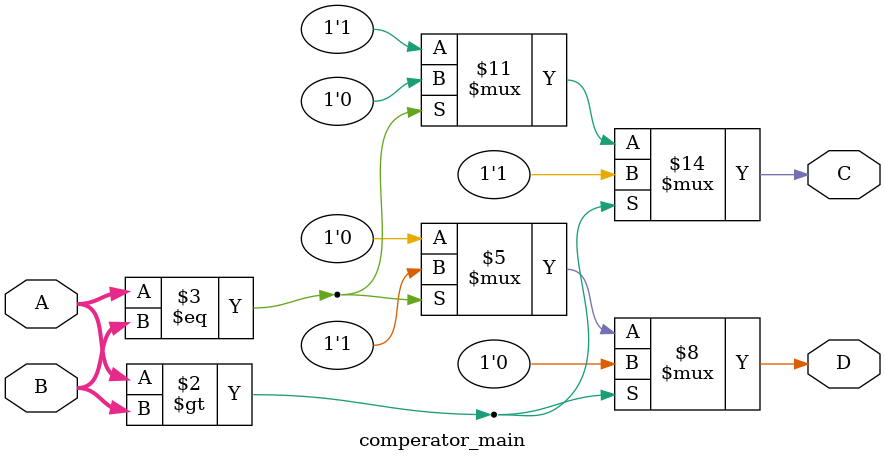
<source format=v>
/*Design and simulate a circuit that hastwo2 8 bit inputs 
(A and B) and has two output bits C and D. C is high if if A>B.  D is high if A=B. */

module comperator_main(A,B,C,D);
input [7:0] A;
input [7:0] B;
output C ,D;

wire [7:0] A;     
wire [7:0] B;
reg  C,D;

always@ ( A | B)
begin
  if(A>B)
   begin
   C<=1'b1;
	D<=1'b0;
	end
   else if (A==B)
	begin
   C<=1'b0;
	D<=1'b1;
	end
 else
   begin
   C<=1'b1;
	D<=1'b0;
	end
 
end
endmodule



  
</source>
